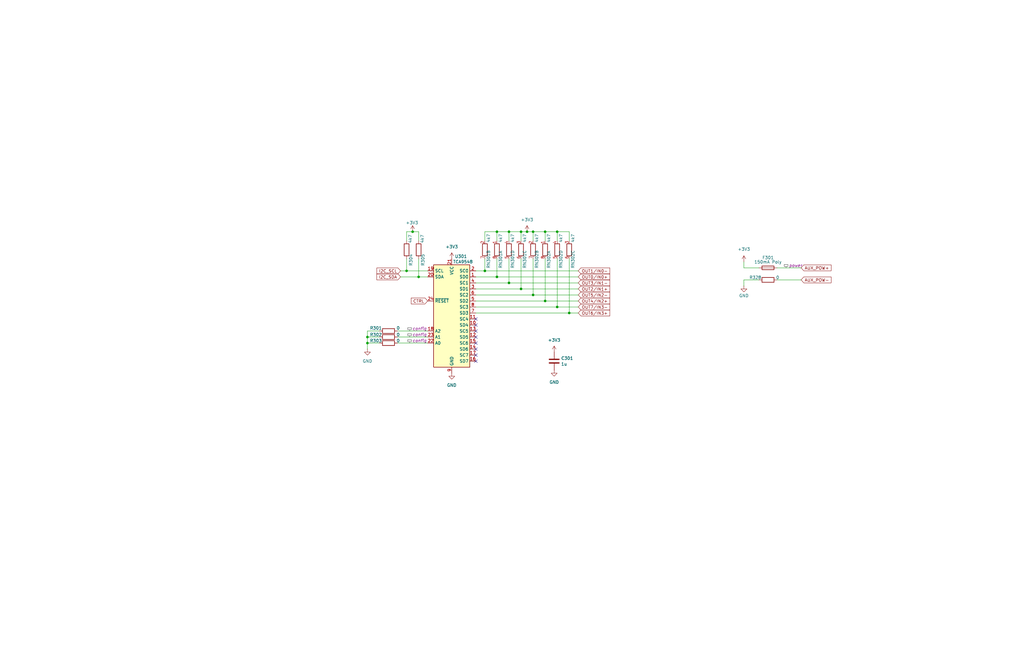
<source format=kicad_sch>
(kicad_sch (version 20250114) (generator "eeschema") (generator_version "9.0")
  (paper "USLedger")
  (title_block (title "MinTS Interface Module") (date "2025-12-23") (rev "1.1") (company "Portland State Aerosapce Society"))
  (lib_symbols
    (symbol "+3V3_1" (power) (pin_numbers (hide yes)) (pin_names (offset 0) (hide yes))
      (property "Value" "+3V3" (at 0 3.556 0))
      (symbol "+3V3_1_0_1"
        (polyline (pts (xy -0.762 1.27) (xy 0 2.54)))
        (polyline (pts (xy 0 2.54) (xy 0.762 1.27)))
        (polyline (pts (xy 0 0) (xy 0 2.54)))
      )
      (symbol "+3V3_1_1_1"
        (pin power_in line (at 0 0 90) (length 0) (name "~") (number "1"))
      )
    )
    (symbol "Device:C" (pin_numbers (hide yes)) (pin_names (offset 0.254))
      (property "Reference" "C" (at 0.635 2.54 0))
      (property "Value" "C" (at 0.635 -2.54 0))
      (symbol "C_0_1"
        (polyline (pts (xy -2.032 0.762) (xy 2.032 0.762)) (stroke (width 0.508)))
        (polyline (pts (xy -2.032 -0.762) (xy 2.032 -0.762)) (stroke (width 0.508)))
      )
      (symbol "C_1_1"
        (pin passive line (at 0 3.81 270) (length 2.794) (name "~") (number "1"))
        (pin passive line (at 0 -3.81 90) (length 2.794) (name "~") (number "2"))
      )
    )
    (symbol "Device:Fuse" (pin_numbers (hide yes)) (pin_names (offset 0))
      (property "Reference" "F" (at 2.032 0 90))
      (property "Value" "Fuse" (at -1.905 0 90))
      (symbol "Fuse_0_1"
        (rectangle (start -0.762 -2.54) (end 0.762 2.54) (stroke (width 0.254)))
        (polyline (pts (xy 0 2.54) (xy 0 -2.54)))
      )
      (symbol "Fuse_1_1"
        (pin passive line (at 0 3.81 270) (length 1.27) (name "~") (number "1"))
        (pin passive line (at 0 -3.81 90) (length 1.27) (name "~") (number "2"))
      )
    )
    (symbol "Device:R" (pin_numbers (hide yes)) (pin_names (offset 0))
      (property "Reference" "R" (at 2.032 0 90))
      (property "Value" "R" (at 0 0 90))
      (symbol "R_0_1"
        (rectangle (start -1.016 -2.54) (end 1.016 2.54) (stroke (width 0.254)))
      )
      (symbol "R_1_1"
        (pin passive line (at 0 3.81 270) (length 1.27) (name "~") (number "1"))
        (pin passive line (at 0 -3.81 90) (length 1.27) (name "~") (number "2"))
      )
    )
    (symbol "Device:R_Pack04_Split" (pin_names (offset 0) (hide yes))
      (property "Reference" "RN" (at 2.032 0 90))
      (property "Value" "R_Pack04_Split" (at 0 0 90))
      (symbol "R_Pack04_Split_0_1"
        (rectangle (start 1.016 2.54) (end -1.016 -2.54) (stroke (width 0.254)))
      )
      (symbol "R_Pack04_Split_1_1"
        (pin passive line (at 0 3.81 270) (length 1.27) (name "R1.2") (number "8"))
        (pin passive line (at 0 -3.81 90) (length 1.27) (name "R1.1") (number "1"))
      )
      (symbol "R_Pack04_Split_2_1"
        (pin passive line (at 0 3.81 270) (length 1.27) (name "R2.2") (number "7"))
        (pin passive line (at 0 -3.81 90) (length 1.27) (name "R2.1") (number "2"))
      )
      (symbol "R_Pack04_Split_3_1"
        (pin passive line (at 0 3.81 270) (length 1.27) (name "R3.2") (number "6"))
        (pin passive line (at 0 -3.81 90) (length 1.27) (name "R3.1") (number "3"))
      )
      (symbol "R_Pack04_Split_4_1"
        (pin passive line (at 0 3.81 270) (length 1.27) (name "R4.2") (number "5"))
        (pin passive line (at 0 -3.81 90) (length 1.27) (name "R4.1") (number "4"))
      )
    )
    (symbol "GND_1" (power) (pin_numbers (hide yes)) (pin_names (offset 0) (hide yes))
      (property "Value" "GND" (at 0 -3.81 0))
      (symbol "GND_1_0_1"
        (polyline (pts (xy 0 0) (xy 0 -1.27) (xy 1.27 -1.27) (xy 0 -2.54) (xy -1.27 -1.27) (xy 0 -1.27)))
      )
      (symbol "GND_1_1_1"
        (pin power_in line (at 0 0 270) (length 0) (name "~") (number "1"))
      )
    )
    (symbol "GND_2" (power) (pin_numbers (hide yes)) (pin_names (offset 0) (hide yes))
      (property "Value" "GND" (at 0 -3.81 0))
      (symbol "GND_2_0_1"
        (polyline (pts (xy 0 0) (xy 0 -1.27) (xy 1.27 -1.27) (xy 0 -2.54) (xy -1.27 -1.27) (xy 0 -1.27)))
      )
      (symbol "GND_2_1_1"
        (pin power_in line (at 0 0 270) (length 0) (name "~") (number "1"))
      )
    )
    (symbol "Interface_Expansion:TCA9548ARGER"
      (property "Reference" "U" (at -7.62 21.59 0))
      (property "Value" "TCA9548ARGER" (at 1.016 21.59 0))
      (symbol "TCA9548ARGER_0_1"
        (rectangle (start -7.62 20.32) (end 7.62 -22.86) (stroke (width 0.254)) (fill (type background)))
      )
      (symbol "TCA9548ARGER_1_1"
        (pin input line (at -10.16 17.78 0) (length 2.54) (name "SCL") (number "19"))
        (pin bidirectional line (at -10.16 15.24 0) (length 2.54) (name "SDA") (number "20"))
        (pin input line (at -10.16 5.08 0) (length 2.54) (name "~{RESET}") (number "24"))
        (pin input line (at -10.16 -7.62 0) (length 2.54) (name "A2") (number "18"))
        (pin input line (at -10.16 -10.16 0) (length 2.54) (name "A1") (number "23"))
        (pin input line (at -10.16 -12.7 0) (length 2.54) (name "A0") (number "22"))
        (pin no_connect line (at -7.62 -15.24 0) (length 2.54) (hide yes) (name "1EP") (number "25"))
        (pin power_in line (at 0 22.86 270) (length 2.54) (name "VCC") (number "21"))
        (pin power_in line (at 0 -25.4 90) (length 2.54) (name "GND") (number "9"))
        (pin output line (at 10.16 17.78 180) (length 2.54) (name "SC0") (number "2"))
        (pin bidirectional line (at 10.16 15.24 180) (length 2.54) (name "SD0") (number "1"))
        (pin output line (at 10.16 12.7 180) (length 2.54) (name "SC1") (number "4"))
        (pin bidirectional line (at 10.16 10.16 180) (length 2.54) (name "SD1") (number "3"))
        (pin output line (at 10.16 7.62 180) (length 2.54) (name "SC2") (number "6"))
        (pin bidirectional line (at 10.16 5.08 180) (length 2.54) (name "SD2") (number "5"))
        (pin output line (at 10.16 2.54 180) (length 2.54) (name "SC3") (number "8"))
        (pin bidirectional line (at 10.16 0 180) (length 2.54) (name "SD3") (number "7"))
        (pin output line (at 10.16 -2.54 180) (length 2.54) (name "SC4") (number "11"))
        (pin bidirectional line (at 10.16 -5.08 180) (length 2.54) (name "SD4") (number "10"))
        (pin output line (at 10.16 -7.62 180) (length 2.54) (name "SC5") (number "13"))
        (pin bidirectional line (at 10.16 -10.16 180) (length 2.54) (name "SD5") (number "12"))
        (pin output line (at 10.16 -12.7 180) (length 2.54) (name "SC6") (number "15"))
        (pin bidirectional line (at 10.16 -15.24 180) (length 2.54) (name "SD6") (number "14"))
        (pin output line (at 10.16 -17.78 180) (length 2.54) (name "SC7") (number "17"))
        (pin bidirectional line (at 10.16 -20.32 180) (length 2.54) (name "SD7") (number "16"))
      )
    )
    (symbol "power:+3V3" (power) (pin_names (offset 0))
      (property "Value" "+3V3" (at 0 3.556 0))
      (symbol "+3V3_0_1"
        (polyline (pts (xy -0.762 1.27) (xy 0 2.54)))
        (polyline (pts (xy 0 2.54) (xy 0.762 1.27)))
        (polyline (pts (xy 0 0) (xy 0 2.54)))
      )
      (symbol "+3V3_1_1"
        (pin power_in line (at 0 0 90) (length 0) (hide yes) (name "+3V3") (number "1"))
      )
    )
    (symbol "power:GND" (power) (pin_numbers (hide yes)) (pin_names (offset 0) (hide yes))
      (property "Value" "GND" (at 0 -3.81 0))
      (symbol "GND_0_1"
        (polyline (pts (xy 0 0) (xy 0 -1.27) (xy 1.27 -1.27) (xy 0 -2.54) (xy -1.27 -1.27) (xy 0 -1.27)))
      )
      (symbol "GND_1_1"
        (pin power_in line (at 0 0 270) (length 0) (name "~") (number "1"))
      )
    )
  )
  (junction (at 204.47 114.3))
  (junction (at 154.94 144.78))
  (junction (at 240.03 132.08))
  (junction (at 222.25 97.79))
  (junction (at 219.71 97.79))
  (junction (at 209.55 97.79))
  (junction (at 173.99 97.79))
  (junction (at 224.79 124.46))
  (junction (at 229.87 127))
  (junction (at 176.53 116.84))
  (junction (at 214.63 119.38))
  (junction (at 234.95 97.79))
  (junction (at 171.45 114.3))
  (junction (at 224.79 97.79))
  (junction (at 234.95 129.54))
  (junction (at 154.94 142.24))
  (junction (at 219.71 121.92))
  (junction (at 229.87 97.79))
  (junction (at 209.55 116.84))
  (junction (at 214.63 97.79))
  (no_connect (at 200.66 144.78))
  (no_connect (at 200.66 134.62))
  (no_connect (at 200.66 139.7))
  (no_connect (at 200.66 152.4))
  (no_connect (at 200.66 147.32))
  (no_connect (at 200.66 149.86))
  (no_connect (at 200.66 142.24))
  (no_connect (at 200.66 137.16))
  (wire (pts (xy 214.63 119.38) (xy 200.66 119.38)))
  (wire (pts (xy 176.53 97.79) (xy 173.99 97.79)))
  (wire (pts (xy 229.87 127) (xy 200.66 127)))
  (wire (pts (xy 224.79 97.79) (xy 229.87 97.79)))
  (wire (pts (xy 176.53 101.6) (xy 176.53 97.79)))
  (wire (pts (xy 168.91 114.3) (xy 171.45 114.3)))
  (wire (pts (xy 219.71 121.92) (xy 200.66 121.92)))
  (wire (pts (xy 171.45 109.22) (xy 171.45 114.3)))
  (wire (pts (xy 209.55 109.22) (xy 209.55 116.84)))
  (wire (pts (xy 214.63 119.38) (xy 243.84 119.38)))
  (wire (pts (xy 171.45 114.3) (xy 180.34 114.3)))
  (wire (pts (xy 180.34 144.78) (xy 167.64 144.78)))
  (wire (pts (xy 243.84 129.54) (xy 234.95 129.54)))
  (wire (pts (xy 240.03 97.79) (xy 240.03 101.6)))
  (wire (pts (xy 154.94 144.78) (xy 160.02 144.78)))
  (wire (pts (xy 229.87 97.79) (xy 234.95 97.79)))
  (wire (pts (xy 219.71 97.79) (xy 219.71 101.6)))
  (wire (pts (xy 204.47 114.3) (xy 200.66 114.3)))
  (wire (pts (xy 219.71 121.92) (xy 243.84 121.92)))
  (wire (pts (xy 224.79 97.79) (xy 224.79 101.6)))
  (wire (pts (xy 219.71 97.79) (xy 222.25 97.79)))
  (wire (pts (xy 214.63 109.22) (xy 214.63 119.38)))
  (wire (pts (xy 171.45 97.79) (xy 173.99 97.79)))
  (wire (pts (xy 229.87 97.79) (xy 229.87 101.6)))
  (wire (pts (xy 204.47 101.6) (xy 204.47 97.79)))
  (wire (pts (xy 327.66 113.03) (xy 337.82 113.03)))
  (wire (pts (xy 176.53 116.84) (xy 180.34 116.84)))
  (wire (pts (xy 171.45 97.79) (xy 171.45 101.6)))
  (wire (pts (xy 234.95 97.79) (xy 240.03 97.79)))
  (wire (pts (xy 168.91 116.84) (xy 176.53 116.84)))
  (wire (pts (xy 200.66 132.08) (xy 240.03 132.08)))
  (wire (pts (xy 224.79 124.46) (xy 200.66 124.46)))
  (wire (pts (xy 219.71 109.22) (xy 219.71 121.92)))
  (wire (pts (xy 224.79 109.22) (xy 224.79 124.46)))
  (wire (pts (xy 154.94 147.32) (xy 154.94 144.78)))
  (wire (pts (xy 154.94 142.24) (xy 154.94 144.78)))
  (wire (pts (xy 229.87 109.22) (xy 229.87 127)))
  (wire (pts (xy 243.84 127) (xy 229.87 127)))
  (wire (pts (xy 214.63 97.79) (xy 214.63 101.6)))
  (wire (pts (xy 200.66 129.54) (xy 234.95 129.54)))
  (wire (pts (xy 320.04 113.03) (xy 313.69 113.03)))
  (wire (pts (xy 154.94 139.7) (xy 154.94 142.24)))
  (wire (pts (xy 320.04 118.11) (xy 313.69 118.11)))
  (wire (pts (xy 209.55 97.79) (xy 209.55 101.6)))
  (wire (pts (xy 204.47 109.22) (xy 204.47 114.3)))
  (wire (pts (xy 209.55 116.84) (xy 200.66 116.84)))
  (wire (pts (xy 327.66 118.11) (xy 337.82 118.11)))
  (wire (pts (xy 243.84 132.08) (xy 240.03 132.08)))
  (wire (pts (xy 209.55 116.84) (xy 243.84 116.84)))
  (wire (pts (xy 180.34 139.7) (xy 167.64 139.7)))
  (wire (pts (xy 154.94 142.24) (xy 160.02 142.24)))
  (wire (pts (xy 204.47 114.3) (xy 243.84 114.3)))
  (wire (pts (xy 204.47 97.79) (xy 209.55 97.79)))
  (wire (pts (xy 234.95 109.22) (xy 234.95 129.54)))
  (wire (pts (xy 154.94 139.7) (xy 160.02 139.7)))
  (wire (pts (xy 224.79 124.46) (xy 243.84 124.46)))
  (wire (pts (xy 222.25 97.79) (xy 224.79 97.79)))
  (wire (pts (xy 214.63 97.79) (xy 219.71 97.79)))
  (wire (pts (xy 209.55 97.79) (xy 214.63 97.79)))
  (wire (pts (xy 234.95 97.79) (xy 234.95 101.6)))
  (wire (pts (xy 313.69 110.49) (xy 313.69 113.03)))
  (wire (pts (xy 240.03 109.22) (xy 240.03 132.08)))
  (wire (pts (xy 180.34 142.24) (xy 167.64 142.24)))
  (wire (pts (xy 313.69 118.11) (xy 313.69 120.65)))
  (wire (pts (xy 176.53 109.22) (xy 176.53 116.84)))
  (global_label "I2C_SCL" (shape input) (at 168.91 114.3 180) (property "Intersheetrefs" "${INTERSHEET_REFS}" (effects (hide yes))))
  (global_label "I2C_SDA" (shape input) (at 168.91 116.84 180) (property "Intersheetrefs" "${INTERSHEET_REFS}" (effects (hide yes))))
  (global_label "OUT3{slash}IN1-" (shape input) (at 243.84 119.38 0) (property "Intersheetrefs" "${INTERSHEET_REFS}" (effects (hide yes))))
  (global_label "OUT7{slash}IN3-" (shape input) (at 243.84 129.54 0) (property "Intersheetrefs" "${INTERSHEET_REFS}" (effects (hide yes))))
  (global_label "OUT2{slash}IN1+" (shape input) (at 243.84 121.92 0) (property "Intersheetrefs" "${INTERSHEET_REFS}" (effects (hide yes))))
  (global_label "OUT0{slash}IN0+" (shape input) (at 243.84 116.84 0) (property "Intersheetrefs" "${INTERSHEET_REFS}" (effects (hide yes))))
  (global_label "OUT6{slash}IN3+" (shape input) (at 243.84 132.08 0) (property "Intersheetrefs" "${INTERSHEET_REFS}" (effects (hide yes))))
  (global_label "AUX_POW-" (shape input) (at 337.82 118.11 0) (property "Intersheetrefs" "${INTERSHEET_REFS}" (effects (hide yes))))
  (global_label "OUT4{slash}IN2+" (shape input) (at 243.84 127 0) (property "Intersheetrefs" "${INTERSHEET_REFS}" (effects (hide yes))))
  (global_label "AUX_POW+" (shape input) (at 337.82 113.03 0) (property "Intersheetrefs" "${INTERSHEET_REFS}" (effects (hide yes))))
  (global_label "OUT1{slash}IN0-" (shape input) (at 243.84 114.3 0) (property "Intersheetrefs" "${INTERSHEET_REFS}" (effects (hide yes))))
  (global_label "OUT5{slash}IN2-" (shape input) (at 243.84 124.46 0) (property "Intersheetrefs" "${INTERSHEET_REFS}" (effects (hide yes))))
  (global_label "CTRL" (shape input) (at 180.34 127 180) (property "Intersheetrefs" "${INTERSHEET_REFS}" (effects (hide yes))))
  (netclass_flag "" (length 1) (shape rectangle) (at 331.47 113.03 0) (property "Netclass" "power" (at 332.6765 112.03 0) (effects (font (italic yes)) (justify left))))
  (netclass_flag "" (length 1) (shape rectangle) (at 172.72 144.78 0) (property "Netclass" "config" (at 173.9265 143.78 0) (effects (font (italic yes)) (justify left))))
  (netclass_flag "" (length 1) (shape rectangle) (at 172.72 139.7 0) (property "Netclass" "config" (at 173.9265 138.7 0) (effects (font (italic yes)) (justify left))))
  (netclass_flag "" (length 1) (shape rectangle) (at 172.72 142.24 0) (property "Netclass" "config" (at 173.9265 141.24 0) (effects (font (italic yes)) (justify left))))
  (symbol (lib_id "Device:R_Pack04_Split") (at 204.47 105.41 180) (unit 2)
    (property "Reference" "RN301" (at 205.994 113.284 90) (effects (justify right)))
    (property "Value" "4k7" (at 205.994 102.362 90) (effects (justify right)))
    (property "Footprint" "Resistor_SMD:R_Array_Convex_4x0603" (effects (hide yes)))
    (property "Datasheet" "http://www.vishay.com/docs/31509/csc.pdf" (effects (hide yes)))
    (property "Description" "4 resistor network, parallel topology, SIP package, split" (effects (hide yes)))
    (property "MPN" "CAY16-472J4LF" (effects (hide yes)))
    (property "DPN" "CAY16-472J4LFCT-ND" (effects (hide yes)))
  )
  (symbol (lib_id "Device:R") (at 176.53 105.41 180) (unit 1)
    (property "Reference" "R305" (at 178.308 112.268 90) (effects (justify right)))
    (property "Value" "4k7" (at 178.054 102.616 90) (effects (justify right)))
    (property "Footprint" "Resistor_SMD:R_0603_1608Metric" (effects (hide yes)))
    (property "Description" "Resistor" (effects (hide yes)))
    (property "DPN" "RMCF0603FT4k70CT-ND" (effects (hide yes)))
    (property "MPN" "RMCF0603FT4K70" (effects (hide yes)))
  )
  (symbol (lib_id "Device:R_Pack04_Split") (at 224.79 105.41 180) (unit 2)
    (property "Reference" "RN302" (at 226.314 113.284 90) (effects (justify right)))
    (property "Value" "4k7" (at 226.314 102.362 90) (effects (justify right)))
    (property "Footprint" "Resistor_SMD:R_Array_Convex_4x0603" (effects (hide yes)))
    (property "Datasheet" "http://www.vishay.com/docs/31509/csc.pdf" (effects (hide yes)))
    (property "Description" "4 resistor network, parallel topology, SIP package, split" (effects (hide yes)))
    (property "MPN" "CAY16-472J4LF" (effects (hide yes)))
    (property "DPN" "CAY16-472J4LFCT-ND" (effects (hide yes)))
  )
  (symbol (lib_id "power:GND") (at 313.69 120.65 0) (unit 1)
    (property "Reference" "#PWR0103" (effects (hide yes)))
    (property "Value" "GND" (at 313.69 124.7831 0))
    (property "Description" "Power symbol creates a global label with name \"GND\" , ground" (effects (hide yes)))
  )
  (symbol (lib_id "Device:R") (at 163.83 142.24 90) (unit 1)
    (property "Reference" "R302" (at 158.496 141.224 90))
    (property "Value" "0" (at 167.894 141.224 90))
    (property "Footprint" "Resistor_SMD:R_0603_1608Metric" (effects (hide yes)))
    (property "Description" "Resistor" (effects (hide yes)))
    (property "DPN" "RMCF0603ZT0R00CT-ND" (effects (hide yes)))
    (property "MPN" "RMCF0603ZT0R00" (effects (hide yes)))
  )
  (symbol (lib_id "Device:R") (at 163.83 139.7 90) (unit 1)
    (property "Reference" "R301" (at 158.496 138.43 90))
    (property "Value" "0" (at 167.894 138.43 90))
    (property "Footprint" "Resistor_SMD:R_0603_1608Metric" (effects (hide yes)))
    (property "Description" "Resistor" (effects (hide yes)))
    (property "DPN" "RMCF0603ZT0R00CT-ND" (effects (hide yes)))
    (property "MPN" "RMCF0603ZT0R00" (effects (hide yes)))
  )
  (symbol (lib_name "+3V3_1") (lib_id "power:+3V3") (at 190.5 109.22 0) (unit 1)
    (property "Reference" "#PWR0403" (effects (hide yes)))
    (property "Value" "+3V3" (at 190.5 104.14 0))
    (property "Description" "Power symbol creates a global label with name \"+3V3\"" (effects (hide yes)))
  )
  (symbol (lib_id "Device:R_Pack04_Split") (at 229.87 105.41 180) (unit 1)
    (property "Reference" "RN302" (at 231.394 113.284 90) (effects (justify right)))
    (property "Value" "4k7" (at 231.394 102.362 90) (effects (justify right)))
    (property "Footprint" "Resistor_SMD:R_Array_Convex_4x0603" (effects (hide yes)))
    (property "Datasheet" "http://www.vishay.com/docs/31509/csc.pdf" (effects (hide yes)))
    (property "Description" "4 resistor network, parallel topology, SIP package, split" (effects (hide yes)))
    (property "MPN" "CAY16-472J4LF" (effects (hide yes)))
    (property "DPN" "CAY16-472J4LFCT-ND" (effects (hide yes)))
  )
  (symbol (lib_id "Device:R_Pack04_Split") (at 214.63 105.41 180) (unit 4)
    (property "Reference" "RN301" (at 216.154 113.284 90) (effects (justify right)))
    (property "Value" "4k7" (at 216.154 102.362 90) (effects (justify right)))
    (property "Footprint" "Resistor_SMD:R_Array_Convex_4x0603" (effects (hide yes)))
    (property "Datasheet" "http://www.vishay.com/docs/31509/csc.pdf" (effects (hide yes)))
    (property "Description" "4 resistor network, parallel topology, SIP package, split" (effects (hide yes)))
    (property "MPN" "CAY16-472J4LF" (effects (hide yes)))
    (property "DPN" "CAY16-472J4LFCT-ND" (effects (hide yes)))
  )
  (symbol (lib_id "Interface_Expansion:TCA9548ARGER") (at 190.5 132.08 0) (unit 1)
    (property "Reference" "U301" (at 191.77 108.204 0) (effects (justify left)))
    (property "Value" "TCA9548" (at 191.008 110.49 0) (effects (justify left)))
    (property "Footprint" "Package_DFN_QFN:Texas_RGE0024C_VQFN-24-1EP_4x4mm_P0.5mm_EP2.1x2.1mm" (effects (hide yes)))
    (property "Datasheet" "https://www.ti.com/lit/ds/symlink/tca9548a-q1.pdf" (effects (hide yes)))
    (property "Description" "Low voltage 8-channel I2C switch with reset, QFN-24" (effects (hide yes)))
    (property "DPN" "296-TCA9548ARGERQ1CT-ND" (effects (hide yes)))
    (property "MPN" "TCA9548ARGERQ1" (effects (hide yes)))
  )
  (symbol (lib_id "Device:R_Pack04_Split") (at 209.55 105.41 180) (unit 1)
    (property "Reference" "RN301" (at 211.074 113.284 90) (effects (justify right)))
    (property "Value" "4k7" (at 211.074 102.362 90) (effects (justify right)))
    (property "Footprint" "Resistor_SMD:R_Array_Convex_4x0603" (effects (hide yes)))
    (property "Datasheet" "http://www.vishay.com/docs/31509/csc.pdf" (effects (hide yes)))
    (property "Description" "4 resistor network, parallel topology, SIP package, split" (effects (hide yes)))
    (property "MPN" "CAY16-472J4LF" (effects (hide yes)))
    (property "DPN" "CAY16-472J4LFCT-ND" (effects (hide yes)))
  )
  (symbol (lib_id "Device:C") (at 233.68 152.4 0) (unit 1)
    (property "Reference" "C301" (at 236.601 151.1878 0) (effects (justify left)))
    (property "Value" "1u" (at 236.601 153.6121 0) (effects (justify left)))
    (property "Footprint" "Capacitor_SMD:C_0603_1608Metric" (effects (hide yes)))
    (property "Description" "Unpolarized capacitor" (effects (hide yes)))
    (property "DPN" "1276-1861-1-ND " (effects (hide yes)))
    (property "MPN" "CL10A105KL8NNNC" (effects (hide yes)))
  )
  (symbol (lib_name "GND_1") (lib_id "power:GND") (at 154.94 147.32 0) (unit 1)
    (property "Reference" "#PWR0401" (effects (hide yes)))
    (property "Value" "GND" (at 154.94 152.4 0))
    (property "Description" "Power symbol creates a global label with name \"GND\" , ground" (effects (hide yes)))
  )
  (symbol (lib_id "Device:R") (at 323.85 118.11 90) (unit 1)
    (property "Reference" "R328" (at 318.516 117.094 90))
    (property "Value" "0" (at 327.914 117.094 90))
    (property "Footprint" "Resistor_SMD:R_0603_1608Metric" (effects (hide yes)))
    (property "Description" "Resistor" (effects (hide yes)))
    (property "DPN" "RMCF0603ZT0R00CT-ND" (effects (hide yes)))
    (property "MPN" "RMCF0603ZT0R00" (effects (hide yes)))
  )
  (symbol (lib_id "Device:Fuse") (at 323.85 113.03 90) (unit 1)
    (property "Reference" "F301" (at 323.85 108.712 90))
    (property "Value" "150mA Poly" (at 323.85 110.5478 90))
    (property "Footprint" "Fuse:Fuse_1206_3216Metric" (effects (hide yes)))
    (property "Description" "Fuse" (effects (hide yes)))
    (property "MPN" "1206L012WR" (effects (hide yes)))
    (property "DPN" "F2864CT-ND" (effects (hide yes)))
  )
  (symbol (lib_id "Device:R_Pack04_Split") (at 234.95 105.41 180) (unit 4)
    (property "Reference" "RN302" (at 236.474 113.284 90) (effects (justify right)))
    (property "Value" "4k7" (at 236.474 102.362 90) (effects (justify right)))
    (property "Footprint" "Resistor_SMD:R_Array_Convex_4x0603" (effects (hide yes)))
    (property "Datasheet" "http://www.vishay.com/docs/31509/csc.pdf" (effects (hide yes)))
    (property "Description" "4 resistor network, parallel topology, SIP package, split" (effects (hide yes)))
    (property "MPN" "CAY16-472J4LF" (effects (hide yes)))
    (property "DPN" "CAY16-472J4LFCT-ND" (effects (hide yes)))
  )
  (symbol (lib_id "Device:R") (at 163.83 144.78 90) (unit 1)
    (property "Reference" "R303" (at 158.496 143.764 90))
    (property "Value" "0" (at 167.894 143.764 90))
    (property "Footprint" "Resistor_SMD:R_0603_1608Metric" (effects (hide yes)))
    (property "Description" "Resistor" (effects (hide yes)))
    (property "DPN" "RMCF0603ZT0R00CT-ND" (effects (hide yes)))
    (property "MPN" "RMCF0603ZT0R00" (effects (hide yes)))
  )
  (symbol (lib_name "+3V3_1") (lib_id "power:+3V3") (at 233.68 148.59 0) (unit 1)
    (property "Reference" "#PWR0406" (effects (hide yes)))
    (property "Value" "+3V3" (at 233.68 143.51 0))
    (property "Description" "Power symbol creates a global label with name \"+3V3\"" (effects (hide yes)))
  )
  (symbol (lib_id "Device:R_Pack04_Split") (at 240.03 105.41 180) (unit 3)
    (property "Reference" "RN302" (at 241.554 113.284 90) (effects (justify right)))
    (property "Value" "4k7" (at 241.554 102.362 90) (effects (justify right)))
    (property "Footprint" "Resistor_SMD:R_Array_Convex_4x0603" (effects (hide yes)))
    (property "Datasheet" "http://www.vishay.com/docs/31509/csc.pdf" (effects (hide yes)))
    (property "Description" "4 resistor network, parallel topology, SIP package, split" (effects (hide yes)))
    (property "MPN" "CAY16-472J4LF" (effects (hide yes)))
    (property "DPN" "CAY16-472J4LFCT-ND" (effects (hide yes)))
  )
  (symbol (lib_id "Device:R_Pack04_Split") (at 219.71 105.41 180) (unit 3)
    (property "Reference" "RN301" (at 221.234 113.284 90) (effects (justify right)))
    (property "Value" "4k7" (at 221.234 102.362 90) (effects (justify right)))
    (property "Footprint" "Resistor_SMD:R_Array_Convex_4x0603" (effects (hide yes)))
    (property "Datasheet" "http://www.vishay.com/docs/31509/csc.pdf" (effects (hide yes)))
    (property "Description" "4 resistor network, parallel topology, SIP package, split" (effects (hide yes)))
    (property "MPN" "CAY16-472J4LF" (effects (hide yes)))
    (property "DPN" "CAY16-472J4LFCT-ND" (effects (hide yes)))
  )
  (symbol (lib_name "GND_2") (lib_id "power:GND") (at 233.68 156.21 0) (unit 1)
    (property "Reference" "#PWR0407" (effects (hide yes)))
    (property "Value" "GND" (at 233.68 161.29 0))
    (property "Description" "Power symbol creates a global label with name \"GND\" , ground" (effects (hide yes)))
  )
  (symbol (lib_name "GND_2") (lib_id "power:GND") (at 190.5 157.48 0) (unit 1)
    (property "Reference" "#PWR0404" (effects (hide yes)))
    (property "Value" "GND" (at 190.5 162.56 0))
    (property "Description" "Power symbol creates a global label with name \"GND\" , ground" (effects (hide yes)))
  )
  (symbol (lib_id "power:+3V3") (at 313.69 110.49 0) (mirror y) (unit 1)
    (property "Reference" "#PWR0102" (effects (hide yes)))
    (property "Value" "+3V3" (at 313.69 105.156 0))
    (property "Description" "Power symbol creates a global label with name \"+3V3\"" (effects (hide yes)))
  )
  (symbol (lib_id "Device:R") (at 171.45 105.41 180) (unit 1)
    (property "Reference" "R304" (at 173.228 112.268 90) (effects (justify right)))
    (property "Value" "4k7" (at 172.974 102.616 90) (effects (justify right)))
    (property "Footprint" "Resistor_SMD:R_0603_1608Metric" (effects (hide yes)))
    (property "Description" "Resistor" (effects (hide yes)))
    (property "DPN" "RMCF0603FT4k70CT-ND" (effects (hide yes)))
    (property "MPN" "RMCF0603FT4K70" (effects (hide yes)))
  )
  (symbol (lib_name "+3V3_1") (lib_id "power:+3V3") (at 222.25 97.79 0) (unit 1)
    (property "Reference" "#PWR0405" (effects (hide yes)))
    (property "Value" "+3V3" (at 222.25 92.71 0))
    (property "Description" "Power symbol creates a global label with name \"+3V3\"" (effects (hide yes)))
  )
  (symbol (lib_name "+3V3_1") (lib_id "power:+3V3") (at 173.99 97.79 0) (unit 1)
    (property "Reference" "#PWR0402" (effects (hide yes)))
    (property "Value" "+3V3" (at 173.736 93.98 0))
    (property "Description" "Power symbol creates a global label with name \"+3V3\"" (effects (hide yes)))
  )
)
</source>
